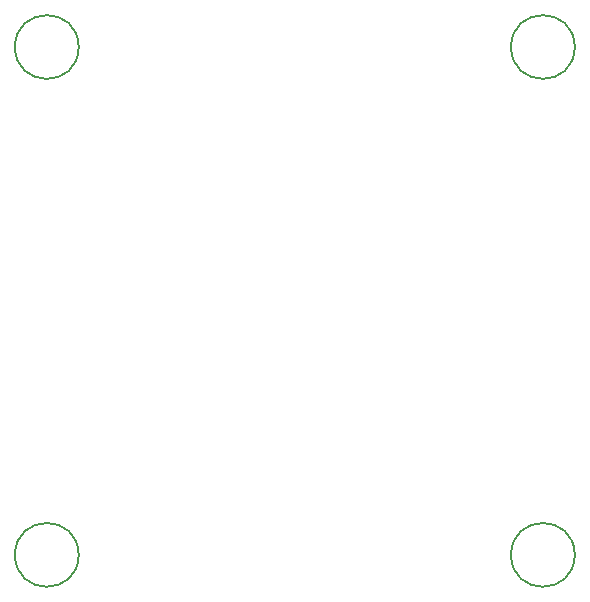
<source format=gbr>
G04 #@! TF.GenerationSoftware,KiCad,Pcbnew,(5.1.4)-1*
G04 #@! TF.CreationDate,2019-08-25T20:49:14+02:00*
G04 #@! TF.ProjectId,ToF_camera_VGA,546f465f-6361-46d6-9572-615f5647412e,rev?*
G04 #@! TF.SameCoordinates,Original*
G04 #@! TF.FileFunction,Other,Comment*
%FSLAX46Y46*%
G04 Gerber Fmt 4.6, Leading zero omitted, Abs format (unit mm)*
G04 Created by KiCad (PCBNEW (5.1.4)-1) date 2019-08-25 20:49:14*
%MOMM*%
%LPD*%
G04 APERTURE LIST*
%ADD10C,0.150000*%
G04 APERTURE END LIST*
D10*
X96700000Y-127000000D02*
G75*
G03X96700000Y-127000000I-2700000J0D01*
G01*
X96700000Y-84000000D02*
G75*
G03X96700000Y-84000000I-2700000J0D01*
G01*
X138700000Y-127000000D02*
G75*
G03X138700000Y-127000000I-2700000J0D01*
G01*
X138700000Y-84000000D02*
G75*
G03X138700000Y-84000000I-2700000J0D01*
G01*
M02*

</source>
